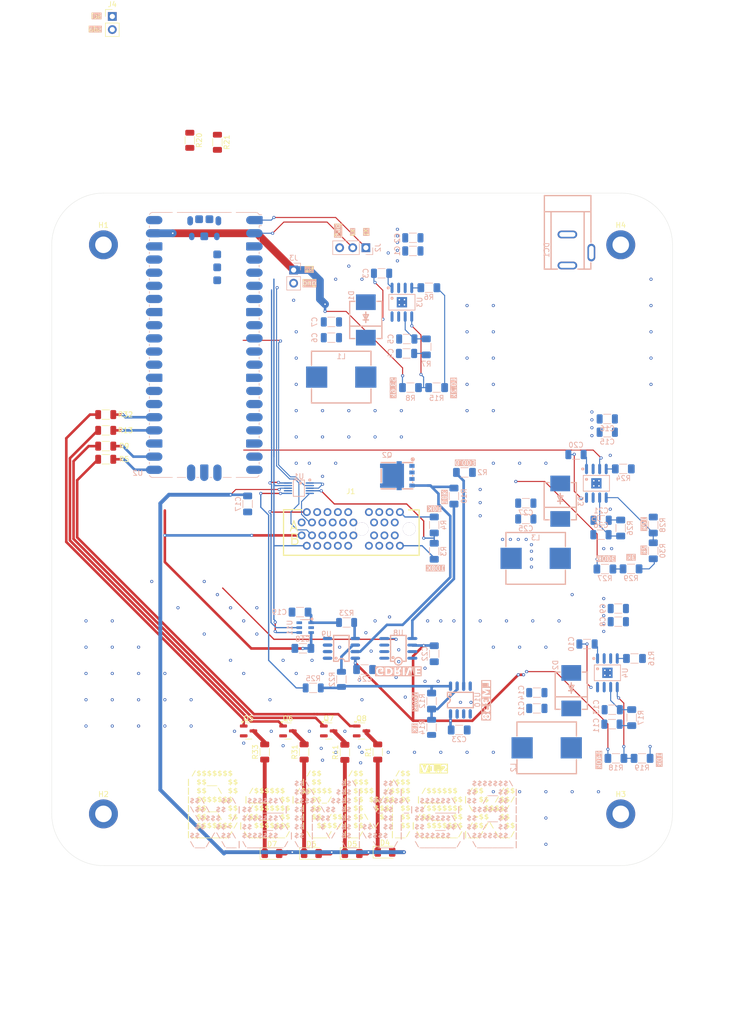
<source format=kicad_pcb>
(kicad_pcb (version 20241229) (generator "pcbnew") (generator_version "9.0")
  (layers (0 "F.Cu" signal) (2 "B.Cu" signal) (13 "F.Paste" user) (15 "B.Paste" user) (5 "F.SilkS" user "F.Silkscreen") (7 "B.SilkS" user "B.Silkscreen") (1 "F.Mask" user) (3 "B.Mask" user) (25 "Edge.Cuts" user))
  (net 0 "")
  (net 1 "+24V")
  (net 2 "GND")
  (net 3 "Net-(U3-BOOT)")
  (net 4 "Net-(D1-K)")
  (net 5 "Net-(C4-Pad1)")
  (net 6 "Net-(U3-COMP)")
  (net 7 "+5V")
  (net 8 "Net-(U4-BOOT)")
  (net 9 "Net-(D2-K)")
  (net 10 "Net-(C11-Pad1)")
  (net 11 "+12V")
  (net 12 "Net-(U4-COMP)")
  (net 13 "+3V3")
  (net 14 "/SCL")
  (net 15 "/BatteryCC/B-")
  (net 18 "/SDA")
  (net 20 "/BatteryCC/Battery/EEPROM_WC")
  (net 21 "/BatteryCC/TMP")
  (net 24 "/DischargeLV")
  (net 25 "/En3v")
  (net 26 "/BatteryCC/Charge")
  (net 27 "Net-(U3-RT{slash}CLK)")
  (net 28 "Net-(U4-RT{slash}CLK)")
  (net 29 "Net-(U1-AIN0)")
  (net 31 "/BatteryCC/RSns Charge")
  (net 40 "Net-(D4-K)")
  (net 42 "/SDA0")
  (net 47 "Net-(U9B--)")
  (net 48 "/SCL0")
  (net 50 "Net-(D5-K)")
  (net 51 "Net-(D6-K)")
  (net 52 "Net-(D7-K)")
  (net 58 "Net-(U8-OUTB)")
  (net 60 "Net-(U11-VOUT)")
  (net 63 "Net-(U10A--)")
  (net 67 "/BatteryCC/ChargeLV")
  (net 68 "/Power Delivery/FB5")
  (net 69 "/Power Delivery/FB12")
  (net 74 "Net-(U10A-+)")
  (net 75 "Net-(U9B-+)")
  (net 76 "/BatteryCC/ALERT{slash}RDY")
  (net 77 "Net-(R12-Pad1)")
  (net 78 "+48V")
  (net 79 "Net-(D3-K)")
  (net 80 "Net-(U5-BOOT)")
  (net 81 "Net-(C21-Pad1)")
  (net 82 "Net-(U5-COMP)")
  (net 83 "Net-(U5-RT{slash}CLK)")
  (net 84 "Net-(R27-Pad2)")
  (net 85 "/Power Delivery/FB24")
  (net 86 "Net-(R29-Pad2)")
  (net 87 "/Power Delivery/EN_BAT_V")
  (net 88 "Net-(J2-Pin_2)")
  (net 89 "Net-(J2-Pin_1)")
  (net 90 "Net-(Q5-G)")
  (net 91 "Net-(Q5-D)")
  (net 92 "Net-(Q6-D)")
  (net 93 "Net-(Q6-G)")
  (net 94 "Net-(Q7-G)")
  (net 95 "Net-(Q7-D)")
  (net 96 "Net-(Q8-G)")
  (net 97 "Net-(Q8-D)")
  (net 98 "Net-(U2-GP16)")
  (net 99 "Net-(U2-GP17)")
  (net 100 "Net-(U2-GP19)")
  (net 101 "Net-(U2-GP18)")
  (footprint "MountingHole:MountingHole_3.2mm_M3_DIN965_Pad_TopBottom" (layer "F.Cu") (at 75 35)
    (property "Reference" "H1")
    (property "Value" "MountingHole_Pad")
  )
  (footprint "Package_TO_SOT_SMD:SOT-23" (layer "F.Cu") (at 118.5395 128.966)
    (property "Reference" "Q7")
    (property "Value" "NMOS")
  )
  (footprint "COMPONENTS:CONN-TH_36P-P1.00-V_3183-XXXXXPXT" (layer "F.Cu") (at 122.812 89.916)
    (property "Reference" "J1")
    (property "Value" "Bus_PCI_Express_x1")
  )
  (footprint "Package_TO_SOT_SMD:SOT-23" (layer "F.Cu") (at 110.6655 128.966)
    (property "Reference" "Q6")
    (property "Value" "NMOS")
  )
  (footprint "Connector_PinHeader_2.54mm:PinHeader_1x02_P2.54mm_Vertical" (layer "F.Cu") (at 76.708 -9.144)
    (property "Reference" "J4")
    (property "Value" "Conn_01x02_Pin")
  )
  (footprint "Resistor_SMD:R_1206_3216Metric" (layer "F.Cu") (at 91.694 14.7935 -90)
    (property "Reference" "R20")
    (property "Value" "1k")
  )
  (footprint "LED_SMD:LED_1206_3216Metric" (layer "F.Cu") (at 115.192 152.654)
    (property "Reference" "D6")
    (property "Value" "LED")
  )
  (footprint "Package_TO_SOT_SMD:SOT-23" (layer "F.Cu") (at 124.8895 128.966)
    (property "Reference" "Q8")
    (property "Value" "NMOS")
  )
  (footprint "MountingHole:MountingHole_3.2mm_M3_DIN965_Pad_TopBottom" (layer "F.Cu") (at 75 145)
    (property "Reference" "H2")
    (property "Value" "MountingHole_Pad")
  )
  (footprint "Resistor_SMD:R_1206_3216Metric" (layer "F.Cu") (at 128.016 133.0345 90)
    (property "Reference" "R1")
    (property "Value" "1k")
  )
  (footprint "LED_SMD:LED_1206_3216Metric" (layer "F.Cu") (at 123.066 152.654)
    (property "Reference" "D5")
    (property "Value" "LED")
  )
  (footprint "Resistor_SMD:R_1206_3216Metric" (layer "F.Cu") (at 113.792 133.0345 90)
    (property "Reference" "R31")
    (property "Value" "1k")
  )
  (footprint "Resistor_SMD:R_1206_3216Metric" (layer "F.Cu") (at 75.438 73.914 180)
    (property "Reference" "R9")
    (property "Value" "1k")
  )
  (footprint "Resistor_SMD:R_1206_3216Metric" (layer "F.Cu") (at 75.438 70.866 180)
    (property "Reference" "R13")
    (property "Value" "1k")
  )
  (footprint "Resistor_SMD:R_1206_3216Metric" (layer "F.Cu") (at 106.172 133.0345 90)
    (property "Reference" "R33")
    (property "Value" "1k")
  )
  (footprint "MountingHole:MountingHole_3.2mm_M3_DIN965_Pad_TopBottom" (layer "F.Cu") (at 175 35)
    (property "Reference" "H4")
    (property "Value" "MountingHole_Pad")
  )
  (footprint "Resistor_SMD:R_1206_3216Metric" (layer "F.Cu") (at 75.438 76.454 180)
    (property "Reference" "R5")
    (property "Value" "1k")
  )
  (footprint "Package_TO_SOT_SMD:SOT-23" (layer "F.Cu") (at 103.0455 128.966)
    (property "Reference" "Q5")
    (property "Value" "NMOS")
  )
  (footprint "Resistor_SMD:R_1206_3216Metric" (layer "F.Cu") (at 97.028 15.1785 -90)
    (property "Reference" "R21")
    (property "Value" "1k")
  )
  (footprint "Resistor_SMD:R_1206_3216Metric" (layer "F.Cu") (at 121.666 133.096 90)
    (property "Reference" "R11")
    (property "Value" "1k")
  )
  (footprint "Resistor_SMD:R_1206_3216Metric" (layer "F.Cu") (at 75.438 67.818 180)
    (property "Reference" "R32")
    (property "Value" "1k")
  )
  (footprint "LED_SMD:LED_1206_3216Metric" (layer "F.Cu") (at 107.572 152.654)
    (property "Reference" "D7")
    (property "Value" "LED")
  )
  (footprint "MountingHole:MountingHole_3.2mm_M3_DIN965_Pad_TopBottom" (layer "F.Cu") (at 175 145)
    (property "Reference" "H3")
    (property "Value" "MountingHole_Pad")
  )
  (footprint "LED_SMD:LED_1206_3216Metric" (layer "F.Cu") (at 129.416 152.4)
    (property "Reference" "D4")
    (property "Value" "LED")
  )
  (footprint "COMPONENTS:SOIC-8_L5.0-W4.0-P1.27-LS6.0-BL" (layer "B.Cu") (at 132 113 90)
    (property "Reference" "U8")
    (property "Value" "UCC27324DR")
  )
  (footprint "Resistor_SMD:R_1206_3216Metric_Pad1.30x1.75mm_HandSolder" (layer "B.Cu") (at 176.9892 97.6388)
    (property "Reference" "R29")
    (property "Value" "3k")
  )
  (footprint "Resistor_SMD:R_1206_3216Metric_Pad1.30x1.75mm_HandSolder" (layer "B.Cu") (at 181.2798 89.166 90)
    (property "Reference" "R28")
    (property "Value" "10k")
  )
  (footprint "Resistor_SMD:R_1206_3216Metric_Pad1.30x1.75mm_HandSolder" (layer "B.Cu") (at 174.0662 134.2624)
    (property "Reference" "R18")
    (property "Value" "140k")
  )
  (footprint "Capacitor_SMD:C_1206_3216Metric" (layer "B.Cu") (at 133.6376 53.2036 180)
    (property "Reference" "C5")
    (property "Value" "39p")
  )
  (footprint "COMPONENTS:SOT-23-6_L2.9-W1.6-P0.95-LS2.8-BL" (layer "B.Cu") (at 114 109 -90)
    (property "Reference" "U11")
    (property "Value" "MCP4725A0T-E/CH")
  )
  (footprint "Capacitor_SMD:C_1206_3216Metric" (layer "B.Cu") (at 174.5252 105.3064)
    (property "Reference" "C9")
    (property "Value" "2.2u")
  )
  (footprint "COMPONENTS:DC-IN-TH_DC-005-20A" (layer "B.Cu") (at 167 36 -90)
    (property "Reference" "DC1")
    (property "Value" "DC-005-20A_C136744")
  )
  (footprint "Resistor_SMD:R_1206_3216Metric" (layer "B.Cu") (at 115.544 120.65 180)
    (property "Reference" "R25")
    (property "Value" "1k")
  )
  (footprint "Capacitor_SMD:C_1206_3216Metric" (layer "B.Cu") (at 156.6438 84.9388)
    (property "Reference" "C27")
    (property "Value" "47u")
  )
  (footprint "Capacitor_SMD:C_1206_3216Metric" (layer "B.Cu") (at 168.4782 112.1644 180)
    (property "Reference" "C10")
    (property "Value" "0.1u")
  )
  (footprint "COMPONENTS:SMC_L7.1-W6.2-LS8.1-RD" (layer "B.Cu") (at 163.2986 84.5588 90)
    (property "Reference" "D3")
    (property "Value" "B560C-13-F")
  )
  (footprint "Connector_PinHeader_2.54mm:PinHeader_1x03_P2.54mm_Vertical" (layer "B.Cu") (at 125.73 35.56 90)
    (property "Reference" "J2")
    (property "Value" "Conn_01x03_Pin")
  )
  (footprint "Resistor_SMD:R_1206_3216Metric_Pad1.30x1.75mm_HandSolder" (layer "B.Cu") (at 171.9346 97.6642)
    (property "Reference" "R27")
    (property "Value" "300K")
  )
  (footprint "COMPONENTS:IND-SMD_L11.5-W10.0_FXL1040" (layer "B.Cu") (at 160.6802 132.2304 180)
    (property "Reference" "L2")
    (property "Value" "FXL1040-8R2-M")
  )
  (footprint "Capacitor_SMD:C_1206_3216Metric" (layer "B.Cu") (at 134.8096 36.1856)
    (property "Reference" "C1")
    (property "Value" "2.2u")
  )
  (footprint "Resistor_SMD:R_1206_3216Metric" (layer "B.Cu") (at 122 108 180)
    (property "Reference" "R23")
    (property "Value" "1k")
  )
  (footprint "Capacitor_SMD:C_1206_3216Metric" (layer "B.Cu") (at 133.5886 55.9976 180)
    (property "Reference" "C4")
    (property "Value" "6800p")
  )
  (footprint "Resistor_SMD:R_1206_3216Metric_Pad1.30x1.75mm_HandSolder" (layer "B.Cu") (at 179.1202 134.2624)
    (property "Reference" "R19")
    (property "Value" "10k")
  )
  (footprint "Resistor_SMD:R_1206_3216Metric_Pad1.30x1.75mm_HandSolder" (layer "B.Cu") (at 175.4906 78.3094)
    (property "Reference" "R24")
    (property "Value" "162k")
  )
  (footprint "Resistor_SMD:R_1206_3216Metric_Pad1.30x1.75mm_HandSolder" (layer "B.Cu") (at 143.764 128.778)
    (property "Reference" "C23")
    (property "Value" "100n")
  )
  (footprint "Resistor_SMD:R_1206_3216Metric_Pad1.30x1.75mm_HandSolder" (layer "B.Cu") (at 142.748 83.566 90)
    (property "Reference" "R10")
    (property "Value" "10k")
  )
  (footprint "Capacitor_SMD:C_1206_3216Metric" (layer "B.Cu") (at 172.39 71.2228)
    (property "Reference" "C15")
    (property "Value" "2.2u")
  )
  (footprint "Capacitor_SMD:C_1206_3216Metric" (layer "B.Cu") (at 171.1726 91.0348 180)
    (property "Reference" "C26")
    (property "Value" "39p")
  )
  (footprint "COMPONENTS:DFN-5_L4.9-W5.9-P1.27-LS6.2-BL" (layer "B.Cu") (at 132.826 79.633 -90)
    (property "Reference" "Q2")
    (property "Value" "TPHR8504PL,LQ(M1W")
  )
  (footprint "Capacitor_SMD:C_1206_3216Metric" (layer "B.Cu") (at 156.6438 87.9868)
    (property "Reference" "C25")
    (property "Value" "47u")
  )
  (footprint "Capacitor_SMD:C_1206_3216Metric" (layer "B.Cu") (at 119.0616 49.9016)
    (property "Reference" "C7")
    (property "Value" "47u")
  )
  (footprint "Capacitor_SMD:C_1206_3216Metric" (layer "B.Cu") (at 158.7772 124.6104)
    (property "Reference" "C12")
    (property "Value" "47u")
  )
  (footprint "Resistor_SMD:R_1206_3216Metric_Pad1.30x1.75mm_HandSolder" (layer "B.Cu") (at 113.55 113 180)
    (property "Reference" "C18")
    (property "Value" "100n")
  )
  (footprint "Resistor_SMD:R_1206_3216Metric_Pad1.30x1.75mm_HandSolder" (layer "B.Cu") (at 181.2798 94.1444 90)
    (property "Reference" "R30")
    (property "Value" "2k")
  )
  (footprint "Resistor_SMD:R_1206_3216Metric" (layer "B.Cu") (at 121 119 -90)
    (property "Reference" "R22")
    (property "Value" "1k")
  )
  (footprint "Capacitor_SMD:C_1206_3216Metric" (layer "B.Cu") (at 166.3466 75.5408 180)
    (property "Reference" "C20")
    (property "Value" "0.1u")
  )
  (footprint "COMPONENTS:SOP-8_L4.9-W3.9-P1.27-LS6.0-BL" (layer "B.Cu") (at 121 113 90)
    (property "Reference" "U9")
    (property "Value" "LM393")
  )
  (footprint "Resistor_SMD:R_1206_3216Metric_Pad1.30x1.75mm_HandSolder" (layer "B.Cu") (at 144.78 78.994)
    (property "Reference" "R2")
    (property "Value" "0.003")
  )
  (footprint "COMPONENTS:SMC_L7.1-W6.2-LS8.1-RD" (layer "B.Cu") (at 165.4302 121.1824 90)
    (property "Reference" "D2")
    (property "Value" "B560C-13-F")
  )
  (footprint "Capacitor_SMD:C_1206_3216Metric" (layer "B.Cu") (at 173.3532 124.8644 180)
    (property "Reference" "C13")
    (property "Value" "39p")
  )
  (footprint "Resistor_SMD:R_1206_3216Metric_Pad1.30x1.75mm_HandSolder" (layer "B.Cu") (at 138.938 89.154 90)
    (property "Reference" "R4")
    (property "Value" "10k")
  )
  (footprint "COMPONENTS:SOIC-8_L5.0-W4.0-P1.27-LS6.0-BL-EP2.0" (layer "B.Cu") (at 132.6946 46.0996)
    (property "Reference" "U3")
    (property "Value" "TPS54360BDDAR")
  )
  (footprint "Resistor_SMD:R_1206_3216Metric_Pad1.30x1.75mm_HandSolder" (layer "B.Cu") (at 138.43 123.19 -90)
    (property "Reference" "R12")
    (property "Value" "100k")
  )
  (footprint "Resistor_SMD:R_1206_3216Metric_Pad1.30x1.75mm_HandSolder" (layer "B.Cu") (at 139.4046 62.6016)
    (property "Reference" "R15")
    (property "Value" "10.2k")
  )
  (footprint "Resistor_SMD:R_1206_3216Metric_Pad1.30x1.75mm_HandSolder" (layer "B.Cu") (at 137.9066 43.2976)
    (property "Reference" "R6")
    (property "Value" "162k")
  )
  (footprint "Resistor_SMD:R_1206_3216Metric_Pad1.30x1.75mm_HandSolder" (layer "B.Cu") (at 174.9826 89.7394 90)
    (property "Reference" "R26")
    (property "Value" "13k")
  )
  (footprint "Capacitor_SMD:C_1206_3216Metric" (layer "B.Cu") (at 171.1998 88.2408 180)
    (property "Reference" "C21")
    (property "Value" "6800p")
  )
  (footprint "Resistor_SMD:R_1206_3216Metric_Pad1.30x1.75mm_HandSolder" (layer "B.Cu") (at 138.938 114.046 -90)
    (property "Reference" "C22")
    (property "Value" "100n")
  )
  (footprint "Resistor_SMD:R_1206_3216Metric_Pad1.30x1.75mm_HandSolder" (layer "B.Cu") (at 138.938 94.234 90)
    (property "Reference" "R3")
    (property "Value" "100k")
  )
  (footprint "COMPONENTS:SOIC-8_L5.0-W4.0-P1.27-LS6.0-BL-EP2.0" (layer "B.Cu") (at 170.2866 81.1008)
    (property "Reference" "U5")
    (property "Value" "TPS54360BDDAR")
  )
  (footprint "Resistor_SMD:R_1206_3216Metric_Pad1.30x1.75mm_HandSolder" (layer "B.Cu") (at 134.3506 62.6016)
    (property "Reference" "R8")
    (property "Value" "53.6k")
  )
  (footprint "Module:RaspberryPi_Pico_SMD" (layer "B.Cu") (at 94.488 54.356 180)
    (property "Reference" "U2")
    (property "Value" "PICO")
  )
  (footprint "COMPONENTS:SOP-8_L4.9-W3.9-P1.27-LS6.0-BL" (layer "B.Cu") (at 144 123)
    (property "Reference" "U10")
    (property "Value" "LM358")
  )
  (footprint "Resistor_SMD:R_1206_3216Metric_Pad1.30x1.75mm_HandSolder" (layer "B.Cu") (at 137.3986 54.7276 -90)
    (property "Reference" "R7")
    (property "Value" "13k")
  )
  (footprint "COMPONENTS:IND-SMD_L11.5-W10.0_FXL1040" (layer "B.Cu") (at 158.5488 95.6068 180)
    (property "Reference" "L3")
    (property "Value" "FXL1040-8R2-M")
  )
  (footprint "COMPONENTS:IND-SMD_L11.5-W10.0_FXL1040" (layer "B.Cu") (at 120.9646 60.5696 180)
    (property "Reference" "L1")
    (property "Value" "FXL1040-8R2-M")
  )
  (footprint "Capacitor_SMD:C_1206_3216Metric" (layer "B.Cu") (at 173.3042 127.6584 180)
    (property "Reference" "C11")
    (property "Value" "6800p")
  )
  (footprint "Capacitor_SMD:C_1206_3216Metric" (layer "B.Cu") (at 128.7626 40.5036 180)
    (property "Reference" "C3")
    (property "Value" "0.1u")
  )
  (footprint "Capacitor_SMD:C_1206_3216Metric" (layer "B.Cu") (at 119.0616 52.9496)
    (property "Reference" "C6")
    (property "Value" "47u")
  )
  (footprint "Capacitor_SMD:C_1206_3216Metric" (layer "B.Cu") (at 172.3918 68.6574)
    (property "Reference" "C16")
    (property "Value" "2.2u")
  )
  (footprint "Resistor_SMD:R_1206_3216Metric_Pad1.30x1.75mm_HandSolder" (layer "B.Cu") (at 102.87 85.09 -90)
    (property "Reference" "C17")
    (property "Value" "100n")
  )
  (footprint "Resistor_SMD:R_1206_3216Metric_Pad1.30x1.75mm_HandSolder" (layer "B.Cu") (at 177.1142 126.3884 -90)
    (property "Reference" "R17")
    (property "Value" "13k")
  )
  (footprint "COMPONENTS:MSOP-10_L3.0-W3.0-P0.50-LS5.0-BL" (layer "B.Cu") (at 112.776 82.042 -90)
    (property "Reference" "U1")
    (property "Value" "ADS1115IDGSR")
  )
  (footprint "Resistor_SMD:R_1206_3216Metric_Pad1.30x1.75mm_HandSolder" (layer "B.Cu") (at 177.6482 114.9584)
    (property "Reference" "R16")
    (property "Value" "162k")
  )
  (footprint "Capacitor_SMD:C_1206_3216Metric" (layer "B.Cu") (at 174.5252 107.8464)
    (property "Reference" "C8")
    (property "Value" "2.2u")
  )
  (footprint "Resistor_SMD:R_1206_3216Metric_Pad1.30x1.75mm_HandSolder" (layer "B.Cu") (at 125.476 117.094)
    (property "Reference" "C24")
    (property "Value" "100n")
  )
  (footprint "Capacitor_SMD:C_1206_3216Metric" (layer "B.Cu") (at 134.8096 33.6456)
    (property "Reference" "C2")
    (property "Value" "2.2u")
  )
  (footprint "COMPONENTS:SMC_L7.1-W6.2-LS8.1-RD" (layer "B.Cu") (at 125.7146 49.5216 90)
    (property "Reference" "D1")
    (property "Value" "B560C-13-F")
  )
  (footprint "Capacitor_SMD:C_1206_3216Metric" (layer "B.Cu") (at 158.7772 121.5624)
    (property "Reference" "C14")
    (property "Value" "47u")
  )
  (footprint "Resistor_SMD:R_1206_3216Metric" (layer "B.Cu") (at 138.43 128.27 -90)
    (property "Reference" "R14")
    (property "Value" "1k")
  )
  (footprint "Connector_PinHeader_2.54mm:PinHeader_1x02_P2.54mm_Vertical" (layer "B.Cu") (at 111.76 39.878 180)
    (property "Reference" "J3")
    (property "Value" "Conn_01x02_Pin")
  )
  (footprint "COMPONENTS:SOIC-8_L5.0-W4.0-P1.27-LS6.0-BL-EP2.0" (layer "B.Cu") (at 172.4202 117.7284)
    (property "Reference" "U4")
    (property "Value" "TPS54360BDDAR")
  )
  (footprint "Resistor_SMD:R_1206_3216Metric_Pad1.30x1.75mm_HandSolder" (layer "B.Cu") (at 113 106)
    (property "Reference" "C19")
    (property "Value" "100n")
  )
  (gr_line (start 185 145) (end 185 35) (stroke (width 0.05)) (layer "Edge.Cuts"))
  (gr_arc (start 75 155) (mid 67.928932 152.071068) (end 65 145) (stroke (width 0.05)) (layer "Edge.Cuts"))
  (gr_line (start 65 145) (end 65 35) (stroke (width 0.05)) (layer "Edge.Cuts"))
  (gr_arc (start 65 35) (mid 67.928932 27.928932) (end 75 25) (stroke (width 0.05)) (layer "Edge.Cuts"))
  (gr_arc (start 185 145) (mid 182.071068 152.071068) (end 175 155) (stroke (width 0.05)) (layer "Edge.Cuts"))
  (gr_line (start 75 155) (end 175 155) (stroke (width 0.05)) (layer "Edge.Cuts"))
  (gr_arc (start 175 25) (mid 182.071068 27.928932) (end 185 35) (stroke (width 0.05)) (layer "Edge.Cuts"))
  (gr_line (start 175 25) (end 75 25) (stroke (width 0.05)) (layer "Edge.Cuts"))
  (gr_text "5v" (at 114.808 39.624 180) (layer "F.SilkS" knockout) (effects (font (size 1 1) (thickness 0.1))))
  (gr_text "sda" (at 73.406 -6.599 0) (layer "F.SilkS" knockout) (effects (font (size 1 1) (thickness 0.1))))
  (gr_text "scl" (at 73.66 -9.139 0) (layer "F.SilkS" knockout) (effects (font (size 1 1) (thickness 0.1))))
  (gr_text "gnd" (at 114.808 42.418 180) (layer "F.SilkS" knockout) (effects (font (size 1 1) (thickness 0.1))))
  (gr_text "gnd" (at 120.396 32.258 -90) (layer "F.SilkS" knockout) (effects (font (size 1 1) (thickness 0.1))))
  (gr_text "\n /$$$$$$$              /$$     /$$      /$$                    \n| $$__  $$            | $$    | $$$    /$$$                    \n| $$  \\ $$  /$$$$$$  /$$$$$$  | $$$$  /$$$$  /$$$$$$  /$$   /$$\n| $$$$$$$  |____  $$|_  $$_/  | $$ $$/$$ $$ |____  $$|  $$ /$$/\n| $$__  $$  /$$$$$$$  | $$    | $$  $$$| $$  /$$$$$$$ \\  $$$$/ \n| $$  \\ $$ /$$__  $$  | $$ /$$| $$\\  $ | $$ /$$__  $$  >$$  $$ \n| $$$$$$$/|  $$$$$$$  |  $$$$/| $$ \\/  | $$|  $$$$$$$ /$$/\\  $$\n|_______/  \\_______/   \\___/  |__/     |__/ \\_______/|__/  \\__/\n" (at 90.932 142.24 0) (layer "F.SilkS") (effects (font (size 1 1.2) (thickness 0.2) (bold yes)) (justify left)))
  (gr_text "rx" (at 123.19 32.512 -90) (layer "F.SilkS" knockout) (effects (font (size 1 1) (thickness 0.1))))
  (gr_text "V1.2" (at 138.938 136.398 0) (layer "F.SilkS" knockout) (effects (font (size 1.5 1.5) (thickness 0.3) (bold yes))))
  (gr_text "tx" (at 125.73 32.512 -90) (layer "F.SilkS" knockout) (effects (font (size 1 1) (thickness 0.1))))
  (gr_text "gnd" (at 120.396 32.258 270) (layer "B.SilkS" knockout) (effects (font (size 1 1) (thickness 0.1)) (justify mirror)))
  (gr_text "100K" (at 139.2428 97.5868 0) (layer "B.SilkS" knockout) (effects (font (size 1 1) (thickness 0.125)) (justify mirror)))
  (gr_text "\n /$$$$$$$              /$$     /$$      /$$                    \n| $$__  $$            | $$    | $$$    /$$$                    \n| $$  \\ $$  /$$$$$$  /$$$$$$  | $$$$  /$$$$  /$$$$$$  /$$   /$$\n| $$$$$$$  |____  $$|_  $$_/  | $$ $$/$$ $$ |____  $$|  $$ /$$/\n| $$__  $$  /$$$$$$$  | $$    | $$  $$$| $$  /$$$$$$$ \\  $$$$/ \n| $$  \\ $$ /$$__  $$  | $$ /$$| $$\\  $ | $$ /$$__  $$  >$$  $$ \n| $$$$$$$/|  $$$$$$$  |  $$$$/| $$ \\/  | $$|  $$$$$$$ /$$/\\  $$\n|_______/  \\_______/   \\___/  |__/     |__/ \\_______/|__/  \\__/\n" (at 155.2956 144.1704 0) (layer "B.SilkS") (effects (font (size 1 1.2) (thickness 0.2) (bold yes)) (justify left mirror)))
  (gr_text "sda" (at 73.406 -6.599 0) (layer "B.SilkS" knockout) (effects (font (size 1 1) (thickness 0.1)) (justify mirror)))
  (gr_text "300K" (at 172.212 95.758 0) (layer "B.SilkS" knockout) (effects (font (size 1 1) (thickness 0.1)) (justify mirror)))
  (gr_text "scl" (at 73.66 -9.139 0) (layer "B.SilkS" knockout) (effects (font (size 1 1) (thickness 0.1)) (justify mirror)))
  (gr_text "2k\n" (at 179.578 93.98 90) (layer "B.SilkS" knockout) (effects (font (size 1 1) (thickness 0.1)) (justify mirror)))
  (gr_text "0.003" (at 144.9578 77.0382 180) (layer "B.SilkS" knockout) (effects (font (size 1 1) (thickness 0.125)) (justify mirror)))
  (gr_text "5v" (at 114.808 39.878 0) (layer "B.SilkS" knockout) (effects (font (size 1 1) (thickness 0.1)) (justify mirror)))
  (gr_text "10K" (at 139.0142 86.106 0) (layer "B.SilkS" knockout) (effects (font (size 1 1) (thickness 0.125)) (justify mirror)))
  (gr_text "GDRIVE" (at 132.0292 117.2972 180) (layer "B.SilkS" knockout) (effects (font (size 1.5 1.5) (thickness 0.3) (bold yes)) (justify mirror)))
  (gr_text "10k" (at 182.54445 134.5014 90) (layer "B.SilkS" knockout) (effects (font (size 1 1) (thickness 0.1)) (justify mirror)))
  (gr_text "10K" (at 140.8176 83.82 270) (layer "B.SilkS" knockout) (effects (font (size 1 1) (thickness 0.125)) (justify mirror)))
  (gr_text "53.6k" (at 131.1076 62.5866 90) (layer "B.SilkS" knockout) (effects (font (size 1 1) (thickness 0.1)) (justify mirror)))
  (gr_text "LM358" (at 149.1234 123.0122 90) (layer "B.SilkS" knockout) (effects (font (size 1.5 1.5) (thickness 0.3) (bold yes)) (justify mirror)))
  (gr_text "3k" (at 177.038 95.504 0) (layer "B.SilkS" knockout) (effects (font (size 1 1) (thickness 0.1)) (justify mirror)))
  (gr_text "10.2k" (at 142.7916 62.5866 90) (layer "B.SilkS" knockout) (effects (font (size 1 1) (thickness 0.1)) (justify mirror)))
  (gr_text "tx" (at 125.73 32.512 270) (layer "B.SilkS" knockout) (effects (font (size 1 1) (thickness 0.1)) (justify mirror)))
  (gr_text "rx" (at 123.19 32.512 270) (layer "B.SilkS" knockout) (effects (font (size 1 1) (thickness 0.1)) (justify mirror)))
  (gr_text "1K" (at 135.2804 128.3716 90) (layer "B.SilkS" knockout) (effects (font (size 1 1) (thickness 0.125)) (justify mirror)))
  (gr_text "140k" (at 170.86045 134.5014 90) (layer "B.SilkS" knockout) (effects (font (size 1 1) (thickness 0.1)) (justify mirror)))
  (gr_text "10k" (at 179.578 88.9 90) (layer "B.SilkS" knockout) (effects (font (size 1 1) (thickness 0.1)) (justify mirror)))
  (gr_text "100K" (at 135.3312 123.2662 90) (layer "B.SilkS" knockout) (effects (font (size 1 1) (thickness 0.125)) (justify mirror)))
  (gr_text "gnd" (at 114.808 42.418 0) (layer "B.SilkS" knockout) (effects (font (size 1 1) (thickness 0.1)) (justify mirror)))
  (segment (start 170.434 90.88) (end 170.434 95.758) (width 0.2) (layer "F.Cu") (net 1))
  (segment (start 154.712 80.746) (end 160.3 80.746) (width 0.2) (layer "F.Cu") (net 1))
  (segment (start 160.3 80.746) (end 170.434 90.88) (width 0.2) (layer "F.Cu") (net 1))
  (via (at 157.734 95.758) (size 0.6) (drill 0.3) (layers "F.Cu" "B.Cu") (net 1))
  (via (at 154.712 80.746) (size 0.6) (drill 0.3) (layers "F.Cu" "B.Cu") (net 1))
  (via (at 153.67 91.948) (size 0.6) (drill 0.3) (layers "F.Cu" "B.Cu") (net 1))
  (via (at 157.734 94.234) (size 0.6) (drill 0.3) (layers "F.Cu" "B.Cu") (net 1))
  (via (at 157.734 97.282) (size 0.6) (drill 0.3) (layers "F.Cu" "B.Cu") (net 1))
  (via (at 170.434 95.758) (size 0.6) (drill 0.3) (layers "F.Cu" "B.Cu") (net 1))
  (via (at 156.718 91.948) (size 0.6) (drill 0.3) (layers "F.Cu" "B.Cu") (net 1))
  (via (at 157.734 92.964) (size 0.6) (drill 0.3) (layers "F.Cu" "B.Cu") (net 1))
  (via (at 152.146 91.948) (size 0.6) (drill 0.3) (layers "F.Cu" "B.Cu") (net 1))
  (via (at 155.194 91.948) (size 0.6) (drill 0.3) (layers "F.Cu" "B.Cu") (net 1))
  (segment (start 136.6 93.166) (end 132.35 93.166) (width 0.25) (layer "B.Cu") (net 1))
  (segment (start 138.938 95.504) (end 136.6 93.166) (width 0.25) (layer "B.Cu") (net 1))
  (segment (start 170.434 97.508) (end 170.434 95.758) (width 0.2) (layer "B.Cu") (net 1))
  (segment (start 138.938 95.784) (end 138.938 95.504) (width 0.25) (layer "B.Cu") (net 1))
  (via (at 117.348 81.28) (size 0.6) (drill 0.3) (layers "F.Cu" "B.Cu") (net 2))
  (via (at 144.018 123.444) (size 0.6) (drill 0.3) (layers "F.Cu" "B.Cu") (net 2))
  (via (at 117.094 132.334) (size 0.6) (drill 0.3) (layers "F.Cu" "B.Cu") (net 2))
  (via (at 145.288 51.816) (size 0.6) (drill 0.3) (layers "F.Cu" "B.Cu") (net 2))
  (via (at 112.268 56.896) (size 0.6) (drill 0.3) (layers "F.Cu" "B.Cu") (net 2))
  (via (at 119.888 41.656) (size 0.6) (drill 0.3) (layers "F.Cu" "B.Cu") (net 2))
  (via (at 135.128 133.096) (size 0.6) (drill 0.3) (layers "F.Cu" "B.Cu") (net 2))
  (via (at 180.6702 131.9784) (size 0.6) (drill 0.3) (layers "F.Cu" "B.Cu") (net 2))
  (via (at 94.488 110.236) (size 0.6) (drill 0.3) (layers "F.Cu" "B.Cu") (net 2))
  (via (at 155.448 77.216) (size 0.6) (drill 0.3) (layers "F.Cu" "B.Cu") (net 2))
  (via (at 147.828 82.296) (size 0.6) (drill 0.3) (layers "F.Cu" "B.Cu") (net 2))
  (via (at 145.288 133.096) (size 0.6) (drill 0.3) (layers "F.Cu" "B.Cu") (net 2))
  (via (at 91.948 122.936) (size 0.6) (drill 0.3) (layers "F.Cu" "B.Cu") (net 2))
  (via (at 122.428 39.116) (size 0.6) (drill 0.3) (layers "F.Cu" "B.Cu") (net 2))
  (via (at 139.7 119.38) (size 0.6) (drill 0.3) (layers "F.Cu" "B.Cu") (net 2))
  (via (at 76.708 117.856) (size 0.6) (drill 0.3) (layers "F.Cu" "B.Cu") (net 2))
  (via (at 127.508 67.056) (size 0.6) (drill 0.3) (layers "F.Cu" "B.Cu") (net 2))
  (via (at 132.588 72.136) (size 0.6) (drill 0.3) (layers "F.Cu" "B.Cu") (net 2))
  (via (at 150.368 77.216) (size 0.6) (drill 0.3) (layers "F.Cu" "B.Cu") (net 2))
  (via (at 142.748 107.696) (size 0.6) (drill 0.3) (layers "F.Cu" "B.Cu") (net 2))
  (via (at 160.528 150.876) (size 0.6) (drill 0.3) (layers "F.Cu" "B.Cu") (net 2))
  (via (at 132.08 115.57) (size 0.6) (drill 0.3) (layers "F.Cu" "B.Cu") (net 2))
  (via (at 152.908 107.696) (size 0.6) (drill 0.3) (layers "F.Cu" "B.Cu") (net 2))
  (via (at 112.268 61.976) (size 0.6) (drill 0.3) (layers "F.Cu" "B.Cu") (net 2))
  (via (at 125.73 109.982) (size 0.6) (drill 0.3) (layers "F.Cu" "B.Cu") (net 2))
  (via (at 130.048 36.576) (size 0.6) (drill 0.3) (layers "F.Cu" "B.Cu") (net 2))
  (via (at 102.108 107.696) (size 0.6) (drill 0.3) (layers "F.Cu" "B.Cu") (net 2))
  (via (at 104.648 110.236) (size 0.6) (drill 0.3) (layers "F.Cu" "B.Cu") (net 2))
  (via (at 132.08 113.284) (size 0.6) (drill 0.3) (layers "F.Cu" "B.Cu") (net 2))
  (via (at 150.368 133.096) (size 0.6) (drill 0.3) (layers "F.Cu" "B.Cu") (net 2))
  (via (at 76.708 112.776) (size 0.6) (drill 0.3) (layers "F.Cu" "B.Cu") (net 2))
  (via (at 71.628 122.936) (size 0.6) (drill 0.3) (layers "F.Cu" "B.Cu") (net 2))
  (via (at 180.848 46.736) (size 0.6) (drill 0.3) (layers "F.Cu" "B.Cu") (net 2))
  (via (at 71.628 117.856) (size 0.6) (drill 0.3) (layers "F.Cu" "B.Cu") (net 2))
  (via (at 124.968 133.096) (size 0.6) (drill 0.3) (layers "F.Cu" "B.Cu") (net 2))
  (via (at 137.668 107.696) (size 0.6) (drill 0.3) (layers "F.Cu" "B.Cu") (net 2))
  (via (at 124.714 135.128) (size 0.6) (drill 0.3) (layers "F.Cu" "B.Cu") (net 2))
  (via (at 91.948 128.016) (size 0.6) (drill 0.3) (layers "F.Cu" "B.Cu") (net 2))
  (via (at 112.268 72.136) (size 0.6) (drill 0.3) (layers "F.Cu" "B.Cu") (net 2))
  (via (at 114.808 129.032) (size 0.6) (drill 0.3) (layers "F.Cu" "B.Cu") (net 2))
  (via (at 119.888 133.096) (size 0.6) (drill 0.3) (layers "F.Cu" "B.Cu") (net 2))
  (via (at 145.288 56.896) (size 0.6) (drill 0.3) (layers "F.Cu" "B.Cu") (net 2))
  (via (at 99.568 115.316) (size 0.6) (drill 0.3) (layers "F.Cu" "B.Cu") (net 2))
  (via (at 150.368 51.816) (size 0.6) (drill 0.3) (layers "F.Cu" "B.Cu") (net 2))
  (via (at 99.568 105.156) (size 0.6) (drill 0.3) (layers "F.Cu" "B.Cu") (net 2))
  (via (at 180.848 61.976) (size 0.6) (drill 0.3) (layers "F.Cu" "B.Cu") (net 2))
  (via (at 137.16 116.84) (size 0.6) (drill 0.3) (layers "F.Cu" "B.Cu") (net 2))
  (via (at 112.268 51.816) (size 0.6) (drill 0.3) (layers "F.Cu" "B.Cu") (net 2))
  (via (at 102.108 117.856) (size 0.6) (drill 0.3) (layers "F.Cu" "B.Cu") (net 2))
  (via (at 117.348 134.62) (size 0.6) (drill 0.3) (layers "F.Cu" "B.Cu") (net 2))
  (via (at 112.268 117.856) (size 0.6) (drill 0.3) (layers "F.Cu" "B.Cu") (net 2))
  (via (at 117.348 67.056) (size 0.6) (drill 0.3) (layers "F.Cu" "B.Cu") (net 2))
  (via (at 133.35 122.428) (size 0.6) (drill 0.3) (layers "F.Cu" "B.Cu") (net 2))
  (via (at 76.708 128.016) (size 0.6) (drill 0.3) (layers "F.Cu" "B.Cu") (net 2))
  (via (at 122.428 67.056) (size 0.6) (drill 0.3) (layers "F.Cu" "B.Cu") (net 2))
  (via (at 112.268 77.216) (size 0.6) (drill 0.3) (layers "F.Cu" "B.Cu") (net 2))
  (via (at 180.848 41.656) (size 0.6) (drill 0.3) (layers "F.Cu" "B.Cu") (net 2))
  (via (at 127.508 107.696) (size 0.6) (drill 0.3) (layers "F.Cu" "B.Cu") (net 2))
  (via (at 150.368 140.716) (size 0.6) (drill 0.3) (layers "F.Cu" "B.Cu") (net 2))
  (via (at 140.208 107.696) (size 0.6) (drill 0.3) (layers "F.Cu" "B.Cu") (net 2))
  (via (at 107.188 122.936) (size 0.6) (drill 0.3) (layers "F.Cu" "B.Cu") (net 2))
  (via (at 71.628 112.776) (size 0.6) (drill 0.3) (layers "F.Cu" "B.Cu") (net 2))
  (via (at 146.05 123.444) (size 0.6) (drill 0.3) (layers "F.Cu" "B.Cu") (net 2))
  (via (at 94.488 100.076) (size 0.6) (drill 0.3) (layers "F.Cu" "B.Cu") (net 2))
  (via (at 157.988 107.696) (size 0.6) (drill 0.3) (layers "F.Cu" "B.Cu") (net 2))
  (via (at 100.33 129.032) (size 0.6) (drill 0.3) (layers "F.Cu" "B.Cu") (net 2))
  (via (at 147.828 84.836) (size 0.6) (drill 0.3) (layers "F.Cu" "B.Cu") (net 2))
  (via (at 84.328 100.076) (size 0.6) (drill 0.3) (layers "F.Cu" "B.Cu") (net 2))
  (via (at 71.628 107.696) (size 0.6) (drill 0.3) (layers "F.Cu" "B.Cu") (net 2))
  (via (at 109.728 131.826) (size 0.6) (drill 0.3) (layers "F.Cu" "B.Cu") (net 2))
  (via (at 145.288 46.736) (size 0.6) (drill 0.3) (layers "F.Cu" "B.Cu") (net 2))
  (via (at 145.288 61.976) (size 0.6) (drill 0.3) (layers "F.Cu" "B.Cu") (net 2))
  (via (at 81.788 128.016) (size 0.6) (drill 0.3) (layers "F.Cu" "B.Cu") (net 2))
  (via (at 150.368 67.056) (size 0.6) (drill 0.3) (layers "F.Cu" "B.Cu") (net 2))
  (via (at 124.968 41.656) (size 0.6) (drill 0.3) (layers "F.Cu" "B.Cu") (net 2))
  (via (at 114.808 77.216) (size 0.6) (drill 0.3) (layers "F.Cu" "B.Cu") (net 2))
  (via (at 132.588 67.056) (size 0.6) (drill 0.3) (layers "F.Cu" "B.Cu") (net 2))
  (via (at 150.368 56.896) (size 0.6) (drill 0.3) (layers "F.Cu" "B.Cu") (net 2))
  (via (at 130.302 106.934) (size 0.6) (drill 0.3) (layers "F.Cu" "B.Cu") (net 2))
  (via (at 165.608 102.616) (size 0.6) (drill 0.3) (layers "F.Cu" "B.Cu") (net 2))
  (via (at 81.788 122.936) (size 0.6) (drill 0.3) (layers "F.Cu" "B.Cu") (net 2))
  (via (at 120.65 112.776) (size 0.6) (drill 0.3) (layers "F.Cu" "B.Cu") (net 2))
  (via (at 147.828 107.696) (size 0.6) (drill 0.3) (layers "F.Cu" "B.Cu") (net 2))
  (via (at 172.974 86.106) (size 0.6) (drill 0.3) (layers "F.Cu" "B.Cu") (net 2))
  (via (at 107.442 129.032) (size 0.6) (drill 0.3) (layers "F.Cu" "B.Cu") (net 2))
  (via (at 160.528 145.796) (size 0.6) (drill 0.3) (layers "F.Cu" "B.Cu") (net 2))
  (via (at 160.528 140.716) (size 0.6) (drill 0.3) (layers "F.Cu" "B.Cu") (net 2))
  (via (at 131.572 118.618) (size 0.6) (drill 0.3) (layers "F.Cu" "B.Cu") (net 2))
  (via (at 81.788 117.856) (size 0.6) (drill 0.3) (layers "F.Cu" "B.Cu") (net 2))
  (via (at 104.648 105.156) (size 0.6) (drill 0.3) (layers "F.Cu" "B.Cu") (net 2))
  (via (at 145.288 67.056) (size 0.6) (drill 0.3) (layers "F.Cu" "B.Cu") (net 2))
  (via (at 155.448 140.716) (size 0.6) (drill 0.3) (layers "F.Cu" "B.Cu") (net 2))
  (via (at 180.848 51.816) (size 0.6) (drill 0.3) (layers "F.Cu" "B.Cu") (net 2))
  (via (at 155.448 112.776) (size 0.6) (drill 0.3) (layers "F.Cu" "B.Cu") (net 2))
  (via (at 86.868 122.936) (size 0.6) (drill 0.3) (layers "F.Cu" "B.Cu") (net 2))
  (via (at 124.968 122.936) (size 0.6) (drill 0.3) (layers "F.Cu" "B.Cu") (net 2))
  (via (at 122.428 72.136) (size 0.6) (drill 0.3) (layers "F.Cu" "B.Cu") (net 2))
  (via (at 86.868 117.856) (size 0.6) (drill 0.3) (layers "F.Cu" "B.Cu") (net 2))
  (via (at 180.848 56.896) (size 0.6) (drill 0.3) (layers "F.Cu" "B.Cu") (net 2))
  (via (at 165.608 140.716) (size 0.6) (drill 0.3) (layers "F.Cu" "B.Cu") (net 2))
  (via (at 81.788 112.776) (size 0.6) (drill 0.3) (layers "F.Cu" "B.Cu") (net 2))
  (via (at 117.348 117.856) (size 0.6) (drill 0.3) (layers "F.Cu" "B.Cu") (net 2))
  (via (at 126.746 113.538) (size 0.6) (drill 0.3) (layers "F.Cu" "B.Cu") (net 2))
  (via (at 160.528 112.776) (size 0.6) (drill 0.3) (layers "F.Cu" "B.Cu") (net 2))
  (via (at 124.46 132.08) (size 0.6) (drill 0.3) (layers "F.Cu" "B.Cu") (net 2))
  (via (at 117.348 72.136) (size 0.6) (drill 0.3) (layers "F.Cu" "B.Cu") (net 2))
  (via (at 76.708 122.936) (size 0.6) (drill 0.3) (layers "F.Cu" "B.Cu") (net 2))
  (via (at 137.16 119.38) (size 0.6) (drill 0.3) (layers "F.Cu" "B.Cu") (net 2))
  (via (at 102.108 131.318) (size 0.6) (drill 0.3) (layers "F.Cu" "B.Cu") (net 2))
  (via (at 124.46 119.126) (size 0.6) (drill 0.3) (layers "F.Cu" "B.Cu") (net 2))
  (via (at 150.368 61.976) (size 0.6) (drill 0.3) (layers "F.Cu" "B.Cu") (net 2))
  (via (at 115.316 115.316) (size 0.6) (drill 0.3) (layers "F.Cu" "B.Cu") (net 2))
  (via (at 171.704 93.726) (size 0.6) (drill 0.3) (layers "F.Cu" "B.Cu") (net 2))
  (via (at 130.048 133.096) (size 0.6) (drill 0.3) (layers "F.Cu" "B.Cu") (net 2))
  (via (at 112.268 67.056) (size 0.6) (drill 0.3) (layers "F.Cu" "B.Cu") (net 2))
  (via (at 147.828 87.376) (size 0.6) (drill 0.3) (layers "F.Cu" "B.Cu") (net 2))
  (via (at 109.728 115.316) (size 0.6) (drill 0.3) (layers "F.Cu" "B.Cu") (net 2))
  (via (at 89.408 105.156) (size 0.6) (drill 0.3) (layers "F.Cu" "B.Cu") (net 2))
  (via (at 119.888 77.216) (size 0.6) (drill 0.3) (layers "F.Cu" "B.Cu") (net 2))
  (via (at 86.868 128.016) (size 0.6) (drill 0.3) (layers "F.Cu" "B.Cu") (net 2))
  (via (at 150.368 46.736) (size 0.6) (drill 0.3) (layers "F.Cu" "B.Cu") (net 2))
  (via (at 173.228 93.726) (size 0.6) (drill 0.3) (layers "F.Cu" "B.Cu") (net 2))
  (via (at 172.974 75.692) (size 0.6) (drill 0.3) (layers "F.Cu" "B.Cu") (net 2))
  (via (at 163.068 107.696) (size 0.6) (drill 0.3) (layers "F.Cu" "B.Cu") (net 2))
  (via (at 160.528 77.216) (size 0.6) (drill 0.3) (layers "F.Cu" "B.Cu") (net 2))
  (via (at 140.208 133.096) (size 0.6) (drill 0.3) (layers "F.Cu" "B.Cu") (net 2))
  (via (at 170.688 140.716) (size 0.6) (drill 0.3) (layers "F.Cu" "B.Cu") (net 2))
  (via (at 127.508 72.136) (size 0.6) (drill 0.3) (layers "F.Cu" "B.Cu") (net 2))
  (via (at 117.348 79.756) (size 0.6) (drill 0.3) (layers "F.Cu" "B.Cu") (net 2))
  (via (at 71.628 128.016) (size 0.6) (drill 0.3) (layers "F.Cu" "B.Cu") (net 2))
  (via (at 111.76 45.72) (size 0.6) (drill 0.3) (layers "F.Cu" "B.Cu") (net 2))
  (via (at 150.368 112.776) (size 0.6) (drill 0.3) (layers "F.Cu" "B.Cu") (net 2))
  (via (at 76.708 107.696) (size 0.6) (drill 0.3) (layers "F.Cu" "B.Cu") (net 2))
  (via (at 121.666 129.032) (size 0.6) (drill 0.3) (layers "F.Cu" "B.Cu") (net 2))
  (via (at 97.028 102.616) (size 0.6) (drill 0.3) (layers "F.Cu" "B.Cu") (net 2))
  (segment (start 140.9546 62.6016) (end 140.9546 44.7956) (width 0.2) (layer "B.Cu") (net 2))
  (segment (start 140.9546 44.7956) (end 139.4566 43.2976) (width 0.2) (layer "B.Cu") (net 2))
  (segment (start 114.886 81.042) (end 117.11 81.042) (width 0.2) (layer "B.Cu") (net 2))
  (segment (start 116.586 82.042) (end 117.348 81.28) (width 0.2) (layer "B.Cu") (net 2))
  (segment (start 114.886 82.042) (end 116.586 82.042) (width 0.2) (layer "B.Cu") (net 2))
  (segment (start 180.6702 134.2624) (end 180.6702 131.9784) (width 0.2) (layer "B.Cu") (net 2))
  (segment (start 117.11 81.042) (end 117.348 81.28) (width 0.2) (layer "B.Cu") (net 2))
  (segment (start 130.0326 40.7086) (end 130.2376 40.5036) (width 0.2) (layer "B.Cu") (net 3))
  (segment (start 130.0326 42.5776) (end 130.0326 40.7086) (width 0.2) (layer "B.Cu") (net 3))
  (segment (start 130.7846 43.3296) (end 130.0326 42.5776) (width 0.2) (layer "B.Cu") (net 3))
  (segment (start 127.4926 42.2816) (end 129.0166 43.8056) (width 0.2) (layer "F.Cu") (net 4))
  (segment (start 129.0166 43.8056) (end 129.0166 49.3936) (width 0.2) (layer "F.Cu") (net 4))
  (via (at 129.0166 49.3936) (size 0.6) (drill 0.3) (layers "F.Cu" "B.Cu") (net 4))
  (via (at 127.4926 42.2816) (size 0.6) (drill 0.3) (layers "F.Cu" "B.Cu") (net 4))
  (segment (start 127.2876 42.0766) (end 127.4926 42.2816) (width 0.2) (layer "B.Cu") (net 4))
  (segment (start 127.2876 40.5036) (end 127.2876 42.0766) (width 0.2) (layer "B.Cu") (net 4))
  (segment (start 135.0636 55.9976) (end 137.1186 55.9976) (width 0.2) (layer "B.Cu") (net 5))
  (segment (start 137.1186 55.9976) (end 137.3986 56.2776) (width 0.2) (layer "B.Cu") (net 5))
  (segment (start 135.3926 53.1776) (end 137.3986 53.1776) (width 0.2) (layer "B.Cu") (net 6))
  (segment (start 135.1126 53.2036) (end 133.3246 51.4156) (width 0.2) (layer "B.Cu") (net 6))
  (segment (start 133.3246 51.4156) (end 133.3246 48.8696) (width 0.2) (layer "B.Cu") (net 6))
  (segment (start 135.3666 53.2036) (end 135.3926 53.1776) (width 0.2) (layer "B.Cu") (net 6))
  (segment (start 135.1126 53.2036) (end 135.3666 53.2036) (width 0.2) (layer "B.Cu") (net 6))
  (segment (start 117.8406 47.8696) (end 121.9046 47.8696) (width 0.2) (layer "F.Cu") (net 7))
  (segment (start 110.236 152.654) (end 108.972 152.654) (width 0.75) (layer "F.Cu") (net 7))
  (segment (start 111.506 152.4) (end 110.49 152.4) (width 0.75) (layer "F.Cu") (net 7))
  (segment (start 88.392 32.766) (end 104.648 32.766) (width 1.5) (layer "F.Cu") (net 7))
  (segment (start 104.648 32.766) (end 111.76 39.878) (width 1.5) (layer "F.Cu") (net 7))
  (segment (start 130.816 152.4) (end 133.096 152.4) (width 0.75) (layer "F.Cu") (net 7))
  (segment (start 121.9046 47.8696) (end 132.8266 58.7916) (width 0.2) (layer "F.Cu") (net 7))
  (segment (start 124.466 152.654) (end 125.984 152.654) (width 0.75) (layer "F.Cu") (net 7))
  (segment (start 116.592 152.654) (end 118.872 152.654) (width 0.75) (layer "F.Cu") (net 7))
  (segment (start 100.584 82.296) (end 99.568 83.312) (width 0.2) (layer "F.Cu") (net 7))
  (segment (start 132.8266 58.7916) (end 132.8266 60.3156) (width 0.2) (layer "F.Cu") (net 7))
  (segment (start 125.984 152.654) (end 126.238 152.4) (width 0.75) (layer "F.Cu") (net 7))
  (segment (start 108.966 82.296) (end 100.584 82.296) (width 0.2) (layer "F.Cu") (net 7))
  (segment (start 110.49 152.4) (end 110.236 152.654) (width 0.75) (layer "F.Cu") (net 7))
  (segment (start 118.872 152.654) (end 119.126 152.4) (width 0.75) (layer "F.Cu") (net 7))
  (via (at 133.096 152.4) (size 0.6) (drill 0.3) (layers "F.Cu" "B.Cu") (net 7))
  (via (at 117.8406 47.8696) (size 0.6) (drill 0.3) (layers "F.Cu" "B.Cu") (net 7))
  (via (at 117.8406 46.482) (size 0.6) (drill 0.3) (layers "F.Cu" "B.Cu") (net 7))
  (via (at 108.966 82.296) (size 0.6) (drill 0.3) (layers "F.Cu" "B.Cu") (net 7))
  (via (at 119.126 152.4) (size 0.6) (drill 0.3) (layers "F.Cu" "B.Cu") (net 7))
  (via (at 132.8266 60.3156) (size 0.6) (drill 0.3) (layers "F.Cu" "B.Cu") (net 7))
  (via (at 99.568 83.312) (size 0.6) (drill 0.3) (layers "F.Cu" "B.Cu") (net 7))
  (via (at 126.238 152.4) (size 0.6) (drill 0.3) (layers "F.Cu" "B.Cu") (net 7))
  (via (at 111.506 152.4) (size 0.6) (drill 0.3) (layers "F.Cu" "B.Cu") (net 7))
  (via (at 88.392 32.766) (size 0.6) (drill 0.3) (layers "F.Cu" "B.Cu") (net 7))
  (segment (start 116.2146 60.5696) (end 116.7146 61.0696) (width 0.5) (layer "B.Cu") (net 7))
  (segment (start 133.096 152.4) (end 98.552 152.4) (width 0.75) (layer "B.Cu") (net 7))
  (segment (start 109.22 82.042) (end 108.966 82.296) (width 0.2) (layer "B.Cu") (net 7))
  (segment (start 132.8006 60.3416) (end 132.8266 60.3156) (width 0.2) (layer "B.Cu") (net 7))
  (segment (start 116.84 45.4814) (end 117.8406 46.482) (width 1.5) (layer "B.Cu") (net 7))
  (segment (start 132.8006 62.6016) (end 132.8006 60.3416) (width 0.2) (layer "B.Cu") (net 7))
  (segment (start 111.76 39.878) (end 114.808 39.878) (width 1.5) (layer "B.Cu") (net 7))
  (segment (start 85.992 140.348) (end 85.992 84.976) (width 0.75) (layer "B.Cu") (net 7))
  (segment (start 87.656 83.312) (end 99.568 83.312) (width 0.75) (layer "B.Cu") (net 7))
  (segment (start 102.87 83.54) (end 102.642 83.312) (width 0.5) (layer "B.Cu") (net 7))
  (segment (start 116.84 41.91) (end 116.84 45.4814) (width 1.5) (layer "B.Cu") (net 7))
  (segment (start 110.666 82.042) (end 109.22 82.042) (width 0.2) (layer "B.Cu") (net 7))
  (segment (start 102.642 83.312) (end 99.568 83.312) (width 0.5) (layer "B.Cu") (net 7))
  (segment (start 88.392 32.766) (end 84.798 32.766) (width 1.5) (layer "B.Cu") (net 7))
  (segment (start 98.552 152.4) (end 98.298 152.654) (width 0.75) (layer "B.Cu") (net 7))
  (segment (start 117.8406 46.482) (end 117.8406 47.8696) (width 0.5) (layer "B.Cu") (net 7))
  (segment (start 85.992 84.976) (end 87.656 83.312) (width 0.75) (layer "B.Cu") (net 7))
  (segment (start 114.808 39.878) (end 116.84 41.91) (width 1.5) (layer "B.Cu") (net 7))
  (segment (start 98.298 152.654) (end 85.992 140.348) (width 0.75) (layer "B.Cu") (net 7))
  (segment (start 170.5102 112.7214) (end 169.9532 112.1644) (width 0.2) (layer "B.Cu") (net 8))
  (segment (start 170.5102 114.9584) (end 170.5102 112.7214) (width 0.2) (layer "B.Cu") (net 8))
  (segment (start 168.4762 119.7844) (end 169.2402 120.5484) (width 0.2) (layer "F.Cu") (net 9))
  (segment (start 168.4762 112.1644) (end 168.4762 119.7844) (width 0.2) (layer "F.Cu") (net 9))
  (via (at 169.2402 120.5484) (size 0.6) (drill 0.3) (layers "F.Cu" "B.Cu") (net 9))
  (via (at 168.4762 112.1644) (size 0.6) (drill 0.3) (layers "F.Cu" "B.Cu") (net 9))
  (segment (start 167.0032 112.1644) (end 168.4762 112.1644) (width 0.2) (layer "B.Cu") (net 9))
  (segment (start 177.1142 127.9384) (end 175.0592 127.9384) (width 0.2) (layer "B.Cu") (net 10))
  (segment (start 175.0592 127.9384) (end 174.7792 127.6584) (width 0.2) (layer "B.Cu") (net 10))
  (segment (start 155.194 118.11) (end 146.304 127) (width 0.5) (layer "F.Cu") (net 11))
  (segment (start 134.856 127) (end 142.09 127) (width 0.5) (layer "F.Cu") (net 11))
  (segment (start 172.5162 127.6344) (end 172.5162 132.5124) (width 0.2) (layer "F.Cu") (net 11))
  (segment (start 162.3822 117.5004) (end 172.5162 127.6344) (width 0.2) (layer "F.Cu") (net 11))
  (segment (start 123.68 115.824) (end 134.856 127) (width 0.5) (layer "F.Cu") (net 11))
  (segment (start 134.856 114.5) (end 134.856 127) (width 0.5) (layer "F.Cu") (net 11))
  (segment (start 146.304 127) (end 142.09 127) (width 0.5) (layer "F.Cu") (net 11))
  (segment (start 156.7942 117.5004) (end 162.3822 117.5004) (width 0.2) (layer "F.Cu") (net 11))
  (segment (start 156.21 118.11) (end 155.194 118.11) (width 0.5) (layer "F.Cu") (net 11))
  (segment (start 136.906 112.45) (end 134.856 114.5) (width 0.5) (layer "F.Cu") (net 11))
  (via (at 155.194 118.11) (size 0.6) (drill 0.3) (layers "F.Cu" "B.Cu") (net 11))
  (via (at 142.09 127) (size 0.6) (drill 0.3) (layers "F.Cu" "B.Cu") (net 11))
  (via (at 123.68 115.824) (size 0.6) (drill 0.3) (layers "F.Cu" "B.Cu") (net 11))
  (via (at 172.5162 132.5124) (size 0.6) (drill 0.3) (layers "F.Cu" "B.Cu") (net 11))
  (via (at 156.21 118.11) (size 0.6) (drill 0.3) (layers "F.Cu" "B.Cu") (net 11))
  (via (at 156.7942 117.5004) (size 0.6) (drill 0.3) (layers "F.Cu" "B.Cu") (net 11))
  (via (at 136.906 112.45) (size 0.6) (drill 0.3) (layers "F.Cu" "B.Cu") (net 11))
  (via (at 156.7942 117.5004) (size 0.6) (drill 0.3) (layers "F.Cu" "B.Cu") (net 11))
  (segment (start 139 112.45) (end 136.906 112.45) (width 0.5) (layer "B.Cu") (net 11))
  (segment (start 123.68 114.91) (end 123.68 115.824) (width 0.5) (layer "B.Cu") (net 11))
  (segment (start 142.09 127) (end 142.09 128.654) (width 0.5) (layer "B.Cu") (net 11))
  (segment (start 142.09 125.68) (end 142.09 127) (width 0.5) (layer "B.Cu") (net 11))
  (segment (start 123.68 115.824) (end 123.68 116.848) (width 0.5) (layer "B.Cu") (net 11))
  (segment (start 134.79 112.45) (end 134.71 112.37) (width 0.5) (layer "B.Cu") (net 11))
  (segment (start 123.68 116.848) (end 123.926 117.094) (width 0.5) (layer "B.Cu") (net 11))
  (segment (start 136.906 112.45) (end 134.79 112.45) (width 0.5) (layer "B.Cu") (net 11))
  (segment (start 172.5162 134.2624) (end 172.5162 132.5124) (width 0.2) (layer "B.Cu") (net 11))
  (segment (start 142.09 128.654) (end 142.214 128.778) (width 0.5) (layer "B.Cu") (net 11))
  (segment (start 173.0502 123.0864) (end 174.8282 124.8644) (width 0.2) (layer "B.Cu") (net 12))
  (segment (start 177.0882 124.8644) (end 177.1142 124.8384) (width 0.2) (layer "B.Cu") (net 12))
  (segment (start 173.0502 120.4984) (end 173.0502 123.0864) (width 0.2) (layer "B.Cu") (net 12))
  (segment (start 174.8282 124.8644) (end 177.0882 124.8644) (width 0.2) (layer "B.Cu") (net 12))
  (segment (start 86.868 91.166) (end 86.868 86.36) (width 0.5) (layer "F.Cu") (net 13))
  (segment (start 113.35 91.166) (end 103.652 91.166) (width 0.5) (layer "F.Cu") (net 13))
  (segment (start 103.579413 113.03) (end 113.538 113.03) (width 0.5) (layer "F.Cu") (net 13))
  (segment (start 86.868 96.318587) (end 103.579413 113.03) (width 0.5) (layer "F.Cu") (net 13))
  (segment (start 86.868 91.166) (end 86.868 96.318587) (width 0.5) (layer "F.Cu") (net 13))
  (via (at 113.538 113.03) (size 0.6) (drill 0.3) (layers "F.Cu" "B.Cu") (net 13))
  (via (at 86.868 91.166) (size 0.6) (drill 0.3) (layers "F.Cu" "B.Cu") (net 13))
  (via (at 103.652 91.166) (size 0.6) (drill 0.3) (layers "F.Cu" "B.Cu") (net 13))
  (segment (start 113.568 113) (end 113.538 113.03) (width 0.5) (layer "B.Cu") (net 13))
  (segment (start 86.868 91.166) (end 103.652 91.166) (width 0.5) (layer "B.Cu") (net 13))
  (segment (start 115.1 113) (end 113.568 113) (width 0.5) (layer "B.Cu") (net 13))
  (segment (start 115.15 109.95) (end 115.15 112.95) (width 0.5) (layer "B.Cu") (net 13))
  (segment (start 115.15 112.95) (end 115.1 113) (width 0.5) (layer "B.Cu") (net 13))
  (segment (start 107.188 86.614) (end 107.442 86.614) (width 0.25) (layer "F.Cu") (net 14))
  (segment (start 108.829 80.917) (end 107.297 80.917) (width 0.25) (layer "F.Cu") (net 14))
  (segment (start 107.494 86.666) (end 114.35 86.666) (width 0.25) (layer "F.Cu") (net 14))
  (segment (start 107.442 86.614) (end 107.494 86.666) (width 0.25) (layer "F.Cu") (net 14))
  (segment (start 107.297 80.917) (end 107.188 81.026) (width 0.25) (layer "F.Cu") (net 14))
  (via (at 108.829 80.917) (size 0.6) (drill 0.3) (layers "F.Cu" "B.Cu") (net 14))
  (via (at 107.188 81.026) (size 0.6) (drill 0.3) (layers "F.Cu" "B.Cu") (net 14))
  (via (at 107.188 86.614) (size 0.6) (drill 0.3) (layers "F.Cu" "B.Cu") (net 14))
  (segment (start 108.368702 109) (end 112.85 109) (width 0.25) (layer "B.Cu") (net 14))
  (segment (start 107.499 82.099) (end 107.499 86.303) (width 0.25) (layer "B.Cu") (net 14))
  (segment (start 107.499 86.303) (end 107.188 86.614) (width 0.25) (layer "B.Cu") (net 14))
  (segment (start 107.499 77.875) (end 107.499 76.13281) (width 0.25) (layer "B.Cu") (net 14))
  (segment (start 107.499 75.25119) (end 107.499 74.23519) (width 0.25) (layer "B.Cu") (net 14))
  (segment (start 107.499 81.46681) (end 107.499 82.099) (width 0.25) (layer "B.Cu") (net 14))
  (segment (start 107.188 81.026) (end 107.499 80.715) (width 0.25) (layer "B.Cu") (net 14))
  (segment (start 107.188 86.614) (end 107.188 86.861488) (width 0.25) (layer "B.Cu") (net 14))
  (segment (start 107.499 81.337) (end 107.499 81.46681) (width 0.25) (layer "B.Cu") (net 14))
  (segment (start 107.499 75.62481) (end 107.499 75.25119) (width 0.25) (layer "B.Cu") (net 14))
  (segment (start 107.385 87.058488) (end 107.385 87.432108) (width 0.25) (layer "B.Cu") (net 14))
  (segment (start 107.499 75.75919) (end 107.499 75.62481) (width 0.25) (layer "B.Cu") (net 14))
  (segment (start 107.385 108.016298) (end 108.368702 109) (width 0.25) (layer "B.Cu") (net 14))
  (segment (start 108.829 80.917) (end 108.954 81.042) (width 0.25) (layer "B.Cu") (net 14))
  (segment (start 107.385 87.432108) (end 107.385 108.016298) (width 0.25) (layer "B.Cu") (net 14))
  (segment (start 107.188 81.026) (end 107.499 81.337) (width 0.25) (layer "B.Cu") (net 14))
  (segment (start 107.499 80.715) (end 107.499 77.875) (width 0.25) (layer "B.Cu") (net 14))
  (segment (start 107.188 86.861488) (end 107.385 87.058488) (width 0.25) (layer "B.Cu") (net 14))
  (segment (start 107.499 76.13281) (end 107.499 75.75919) (width 0.25) (layer "B.Cu") (net 14))
  (segment (start 107.499 74.23519) (end 107.499 43.719) (width 0.25) (layer "B.Cu") (net 14))
  (segment (start 108.954 81.042) (end 110.666 81.042) (width 0.25) (layer "B.Cu") (net 14))
  (segment (start 138.938 87.604) (end 133.288 87.604) (width 0.25) (layer "B.Cu") (net 15))
  (segment (start 133.288 87.604) (end 132.35 86.666) (width 0.25) (layer "B.Cu") (net 15))
  (segment (start 108.204 109.728) (end 108.204 107.95) (width 0.25) (layer "F.Cu") (net 18))
  (via (at 108.204 107.95) (size 0.6) (drill 0.3) (layers "F.Cu" "B.Cu") (net 18))
  (via (at 108.204 109.728) (size 0.6) (drill 0.3) (layers "F.Cu" "B.Cu") (net 18))
  (segment (start 108.426 109.95) (end 108.204 109.728) (width 0.25) (layer "B.Cu") (net 18))
  (segment (start 107.95 75.438) (end 107.95 75.946) (width 0.25) (layer "B.Cu") (net 18))
  (segment (start 107.95 81.28) (end 107.95 93.218) (width 0.25) (layer "B.Cu") (net 18))
  (segment (start 108.204 107.678892) (end 107.95 107.424892) (width 0.25) (layer "B.Cu") (net 18))
  (segment (start 108.002 93.166) (end 114.35 93.166) (width 0.25) (layer "B.Cu") (net 18))
  (segment (start 107.95 107.424892) (end 107.95 93.218) (width 0.25) (layer "B.Cu") (net 18))
  (segment (start 107.95 81.28) (end 107.95 75.946) (width 0.25) (layer "B.Cu") (net 18))
  (segment (start 108.212 81.542) (end 108.204 81.534) (width 0.25) (layer "B.Cu") (net 18))
  (segment (start 107.95 93.218) (end 108.002 93.166) (width 0.25) (layer "B.Cu") (net 18))
  (segment (start 107.95 75.438) (end 107.95 41.63) (width 0.25) (layer "B.Cu") (net 18))
  (segment (start 108.204 107.95) (end 108.204 107.678892) (width 0.25) (layer "B.Cu") (net 18))
  (segment (start 110.666 81.542) (end 108.212 81.542) (width 0.25) (layer "B.Cu") (net 18))
  (segment (start 112.85 109.95) (end 108.426 109.95) (width 0.25) (layer "B.Cu") (net 18))
  (segment (start 108.204 81.534) (end 107.95 81.28) (width 0.25) (layer "B.Cu") (net 18))
  (segment (start 107.95 74.422) (end 107.95 75.946) (width 0.25) (layer "B.Cu") (net 18))
  (via (at 108.575 43.288) (size 0.6) (drill 0.3) (layers "F.Cu" "B.Cu") (net 20))
  (segment (start 108.575 43.288) (end 108.458 43.405) (width 0.2) (layer "B.Cu") (net 20))
  (segment (start 112.457 90.105) (end 114.289 90.105) (width 0.2) (layer "B.Cu") (net 20))
  (segment (start 108.458 77.724) (end 110.998 80.264) (width 0.2) (layer "B.Cu") (net 20))
  (segment (start 108.458 43.405) (end 108.458 77.724) (width 0.2) (layer "B.Cu") (net 20))
  (segment (start 110.998 80.264) (end 112.014 80.264) (width 0.2) (layer "B.Cu") (net 20))
  (segment (start 112.014 80.264) (end 112.776 81.026) (width 0.2) (layer "B.Cu") (net 20))
  (segment (start 114.289 90.105) (end 115.35 91.166) (width 0.2) (layer "B.Cu") (net 20))
  (segment (start 112.776 81.026) (end 112.776 85.09) (width 0.2) (layer "B.Cu") (net 20))
  (segment (start 111.252 88.9) (end 112.457 90.105) (width 0.2) (layer "B.Cu") (net 20))
  (segment (start 112.776 85.09) (end 111.252 86.614) (width 0.2) (layer "B.Cu") (net 20))
  (segment (start 111.252 86.614) (end 111.252 88.9) (width 0.2) (layer "B.Cu") (net 20))
  (segment (start 114.85048 88.666) (end 113.289 87.10452) (width 0.2) (layer "B.Cu") (net 21))
  (segment (start 115.35 88.666) (end 114.85048 88.666) (width 0.2) (layer "B.Cu") (net 21))
  (segment (start 113.289 84.639) (end 114.886 83.042) (width 0.2) (layer "B.Cu") (net 21))
  (segment (start 113.289 87.10452) (end 113.289 84.639) (width 0.2) (layer "B.Cu") (net 21))
  (segment (start 138.482 81.788) (end 142.52 81.788) (width 0.5) (layer "B.Cu") (net 26))
  (segment (start 138.227 81.533) (end 138.482 81.788) (width 0.5) (layer "B.Cu") (net 26))
  (segment (start 137.668 81.533) (end 138.227 81.533) (width 0.5) (layer "B.Cu") (net 26))
  (segment (start 142.047 99.253) (end 142.047 87.437) (width 0.5) (layer "B.Cu") (net 26))
  (segment (start 138.176 81.534) (end 138.175 81.533) (width 0.25) (layer "B.Cu") (net 26))
  (segment (start 124.622 113.63) (end 129.794 108.458) (width 0.5) (layer "B.Cu") (net 26))
  (segment (start 142.52 81.788) (end 142.748 82.016) (width 0.5) (layer "B.Cu") (net 26))
  (segment (start 138.175 81.533) (end 134.636 81.533) (width 0.5) (layer "B.Cu") (net 26))
  (segment (start 139.761 83.119) (end 138.176 81.534) (width 0.5) (layer "B.Cu") (net 26))
  (segment (start 123.68 113.63) (end 124.622 113.63) (width 0.5) (layer "B.Cu") (net 26))
  (segment (start 142.047 87.437) (end 139.761 85.151) (width 0.5) (layer "B.Cu") (net 26))
  (segment (start 129.794 108.458) (end 132.842 108.458) (width 0.5) (layer "B.Cu") (net 26))
  (segment (start 137.668 81.533) (end 138.175 81.533) (width 0.25) (layer "B.Cu") (net 26))
  (segment (start 139.761 85.151) (end 139.761 83.119) (width 0.5) (layer "B.Cu") (net 26))
  (segment (start 132.842 108.458) (end 142.047 99.253) (width 0.5) (layer "B.Cu") (net 26))
  (segment (start 134.5946 43.3296) (end 136.3246 43.3296) (width 0.2) (layer "B.Cu") (net 27))
  (segment (start 136.3246 43.3296) (end 136.3566 43.2976) (width 0.2) (layer "B.Cu") (net 27))
  (segment (start 174.3202 114.9584) (end 176.0982 114.9584) (width 0.2) (layer "B.Cu") (net 28))
  (segment (start 136.906 91.694) (end 136.906 88.392) (width 0.25) (layer "F.Cu") (net 29))
  (segment (start 133.604 85.09) (end 119.634 85.09) (width 0.25) (layer "F.Cu") (net 29))
  (segment (start 119.634 85.09) (end 117.094 82.55) (width 0.25) (layer "F.Cu") (net 29))
  (segment (start 136.906 88.392) (end 133.604 85.09) (width 0.25) (layer "F.Cu") (net 29))
  (via (at 117.094 82.55) (size 0.6) (drill 0.3) (layers "F.Cu" "B.Cu") (net 29))
  (via (at 136.906 91.694) (size 0.6) (drill 0.3) (layers "F.Cu" "B.Cu") (net 29))
  (segment (start 138.938 91.694) (end 136.906 91.694) (width 0.25) (layer "B.Cu") (net 29))
  (segment (start 138.938 90.704) (end 138.938 91.694) (width 0.25) (layer "B.Cu") (net 29))
  (segment (start 138.938 91.694) (end 138.938 92.684) (width 0.25) (layer "B.Cu") (net 29))
  (segment (start 116.578 82.542) (end 114.886 82.542) (width 0.25) (layer "B.Cu") (net 29))
  (segment (start 116.586 82.55) (end 116.578 82.542) (width 0.25) (layer "B.Cu") (net 29))
  (segment (start 117.094 82.55) (end 116.586 82.55) (width 0.25) (layer "B.Cu") (net 29))
  (segment (start 105.41 83.058) (end 109.22 83.058) (width 0.25) (layer "F.Cu") (net 31))
  (via (at 105.41 83.058) (size 0.6) (drill 0.3) (layers "F.Cu" "B.Cu") (net 31))
  (via (at 109.22 83.058) (size 0.6) (drill 0.3) (layers "F.Cu" "B.Cu") (net 31))
  (segment (start 106.934 115.316) (end 112.268 120.65) (width 0.25) (layer "B.Cu") (net 31))
  (segment (start 105.41 85.721298) (end 106.934 87.245298) (width 0.25) (layer "B.Cu") (net 31))
  (segment (start 109.236 83.042) (end 109.22 83.058) (width 0.25) (layer "B.Cu") (net 31))
  (segment (start 112.268 120.65) (end 113.994 120.65) (width 0.25) (layer "B.Cu") (net 31))
  (segment (start 105.41 83.058) (end 105.41 85.721298) (width 0.25) (layer "B.Cu") (net 31))
  (segment (start 110.666 83.042) (end 109.236 83.042) (width 0.25) (layer "B.Cu") (net 31))
  (segment (start 106.934 87.245298) (end 106.934 115.316) (width 0.25) (layer "B.Cu") (net 31))
  (segment (start 128.016 134.497) (end 128.016 152.4) (width 0.75) (layer "F.Cu") (net 40))
  (segment (start 123.241712 112.37) (end 123.68 112.37) (width 0.5) (layer "B.Cu") (net 47))
  (segment (start 121 114.611712) (end 123.241712 112.37) (width 0.5) (layer "B.Cu") (net 47))
  (segment (start 121 117.45) (end 121 114.611712) (width 0.5) (layer "B.Cu") (net 47))
  (segment (start 121.666 134.5585) (end 121.666 152.654) (width 0.75) (layer "F.Cu") (net 50))
  (segment (start 113.792 134.497) (end 113.792 152.654) (width 0.75) (layer "F.Cu") (net 51))
  (segment (start 106.172 134.497) (end 106.172 152.654) (width 0.75) (layer "F.Cu") (net 52))
  (segment (start 134.71 107.606) (end 142.748 99.568) (width 0.5) (layer "B.Cu") (net 58))
  (segment (start 134.71 111.1) (end 134.71 107.606) (width 0.5) (layer "B.Cu") (net 58))
  (segment (start 142.748 99.568) (end 142.748 85.116) (width 0.5) (layer "B.Cu") (net 58))
  (segment (start 115.15 106.6) (end 114.55 106) (width 0.5) (layer "B.Cu") (net 60))
  (segment (start 115.15 108.05) (end 115.15 106.6) (width 0.5) (layer "B.Cu") (net 60))
  (segment (start 120.4 108.05) (end 115.15 108.05) (width 0.5) (layer "B.Cu") (net 60))
  (segment (start 120.45 108) (end 120.4 108.05) (width 0.5) (layer "B.Cu") (net 60))
  (segment (start 138.43 124.74) (end 138.43 126.72) (width 0.5) (layer "B.Cu") (net 63))
  (segment (start 139.565 124.74) (end 138.43 124.74) (width 0.5) (layer "B.Cu") (net 63))
  (segment (start 143.37 120.32) (end 143.37 120.935) (width 0.5) (layer "B.Cu") (net 63))
  (segment (start 143.37 120.935) (end 139.565 124.74) (width 0.5) (layer "B.Cu") (net 63))
  (segment (start 107.95 111.252) (end 98.044 101.346) (width 0.25) (layer "F.Cu") (net 67))
  (segment (start 131.572 111.252) (end 107.95 111.252) (width 0.25) (layer "F.Cu") (net 67))
  (via (at 131.572 111.252) (size 0.6) (drill 0.3) (layers "F.Cu" "B.Cu") (net 67))
  (segment (start 129.29 111.1) (end 131.42 111.1) (width 0.25) (layer "B.Cu") (net 67))
  (segment (start 131.42 111.1) (end 131.572 111.252) (width 0.25) (layer "B.Cu") (net 67))
  (segment (start 136.3826 52.4416) (end 134.6046 50.6636) (width 0.2) (layer "F.Cu") (net 68))
  (segment (start 136.3826 60.0616) (end 136.3826 52.4416) (width 0.2) (layer "F.Cu") (net 68))
  (via (at 136.3826 60.0616) (size 0.6) (drill 0.3) (layers "F.Cu" "B.Cu") (net 68))
  (via (at 134.6046 50.6636) (size 0.6) (drill 0.3) (layers "F.Cu" "B.Cu") (net 68))
  (segment (start 134.5946 48.8696) (end 134.5946 50.6536) (width 0.2) (layer "B.Cu") (net 68))
  (segment (start 135.9006 62.6016) (end 136.8906 62.6016) (width 0.2) (layer "B.Cu") (net 68))
  (segment (start 136.8906 62.6016) (end 137.8546 62.6016) (width 0.2) (layer "B.Cu") (net 68))
  (segment (start 136.8906 61.0776) (end 136.8906 60.5696) (width 0.2) (layer "B.Cu") (net 68))
  (segment (start 136.8906 62.6016) (end 136.8906 61.0776) (width 0.2) (layer "B.Cu") (net 68))
  (segment (start 136.8906 60.5696) (end 136.3826 60.0616) (width 0.2) (layer "B.Cu") (net 68))
  (segment (start 134.5946 50.6536) (end 134.6046 50.6636) (width 0.2) (layer "B.Cu") (net 68))
  (segment (start 175.5902 123.5964) (end 174.5742 122.5804) (width 0.2) (layer "F.Cu") (net 69))
  (segment (start 175.5902 131.9784) (end 175.5902 123.5964) (width 0.2) (layer "F.Cu") (net 69))
  (via (at 174.5742 122.5804) (size 0.6) (drill 0.3) (layers "F.Cu" "B.Cu") (net 69))
  (via (at 175.5902 131.9784) (size 0.6) (drill 0.3) (layers "F.Cu" "B.Cu") (net 69))
  (segment (start 175.6162 132.0044) (end 175.5902 131.9784) (width 0.2) (layer "B.Cu") (net 69))
  (segment (start 175.6162 134.2624) (end 175.6162 132.0044) (width 0.2) (layer "B.Cu") (net 69))
  (segment (start 174.3202 120.4984) (end 174.3202 122.3264) (width 0.2) (layer "B.Cu") (net 69))
  (segment (start 175.6162 134.2624) (end 177.5702 134.2624) (width 0.2) (layer "B.Cu") (net 69))
  (segment (start 174.3202 122.3264) (end 174.5742 122.5804) (width 0.2) (layer "B.Cu") (net 69))
  (segment (start 144.63 120.32) (end 144.63 80.622) (width 0.5) (layer "B.Cu") (net 74))
  (segment (start 144.63 80.622) (end 143.002 78.994) (width 0.5) (layer "B.Cu") (net 74))
  (segment (start 123.55 110.97) (end 123.68 111.1) (width 0.5) (layer "B.Cu") (net 75))
  (segment (start 123.55 108) (end 123.55 110.97) (width 0.5) (layer "B.Cu") (net 75))
  (segment (start 102 53.46) (end 109.086 53.46) (width 0.2) (layer "F.Cu") (net 76))
  (segment (start 109.086 53.46) (end 109.22 53.594) (width 0.2) (layer "F.Cu") (net 76))
  (via (at 109.22 53.594) (size 0.6) (drill 0.3) (layers "F.Cu" "B.Cu") (net 76))
  (segment (start 111.15455 79.85345) (end 108.859 77.5579) (width 0.2) (layer "B.Cu") (net 76))
  (segment (start 113.8591 81.542) (end 112.17055 79.85345) (width 0.2) (layer "B.Cu") (net 76))
  (segment (start 108.859 77.5579) (end 108.859 54.102) (width 0.2) (layer "B.Cu") (net 76))
  (segment (start 108.859 53.955) (end 109.22 53.594) (width 0.2) (layer "B.Cu") (net 76))
  (segment (start 108.859 54.102) (end 108.859 53.955) (width 0.2) (layer "B.Cu") (net 76))
  (segment (start 112.17055 79.85345) (end 111.15455 79.85345) (width 0.2) (layer "B.Cu") (net 76))
  (segment (start 114.886 81.542) (end 113.8591 81.542) (width 0.2) (layer "B.Cu") (net 76))
  (segment (start 121.23 120.32) (end 121 120.55) (width 0.5) (layer "B.Cu") (net 77))
  (segment (start 138.43 121.64) (end 138.43 120.574) (width 0.5) (layer "B.Cu") (net 77))
  (segment (start 142.09 120.32) (end 138.684 120.32) (width 0.5) (layer "B.Cu") (net 77))
  (segment (start 121 120.55) (end 120.9 120.65) (width 0.5) (layer "B.Cu") (net 77))
  (segment (start 138.684 120.32) (end 121.23 120.32) (width 0.5) (layer "B.Cu") (net 77))
  (segment (start 138.43 120.574) (end 138.684 120.32) (width 0.5) (layer "B.Cu") (net 77))
  (segment (start 120.9 120.65) (end 117.094 120.65) (width 0.5) (layer "B.Cu") (net 77))
  (via (at 131.826 38.1) (size 0.6) (drill 0.3) (layers "F.Cu" "B.Cu") (net 78))
  (via (at 171.704 106.68) (size 0.6) (drill 0.3) (layers "F.Cu" "B.Cu") (net 78))
  (via (at 171.704 109.728) (size 0.6) (drill 0.3) (layers "F.Cu" "B.Cu") (net 78))
  (via (at 171.704 108.204) (size 0.6) (drill 0.3) (layers "F.Cu" "B.Cu") (net 78))
  (via (at 131.826 33.274) (size 0.6) (drill 0.3) (layers "F.Cu" "B.Cu") (net 78))
  (via (at 171.704 103.378) (size 0.6) (drill 0.3) (layers "F.Cu" "B.Cu") (net 78))
  (via (at 171.704 104.902) (size 0.6) (drill 0.3) (layers "F.Cu" "B.Cu") (net 78))
  (via (at 131.826 32.004) (size 0.6) (drill 0.3) (layers "F.Cu" "B.Cu") (net 78))
  (via (at 169.418 67.31) (size 0.6) (drill 0.3) (layers "F.Cu" "B.Cu") (net 78))
  (via (at 169.418 70.358) (size 0.6) (drill 0.3) (layers "F.Cu" "B.Cu") (net 78))
  (via (at 169.418 68.834) (size 0.6) (drill 0.3) (layers "F.Cu" "B.Cu") (net 78))
  (via (at 131.826 34.544) (size 0.6) (drill 0.3) (layers "F.Cu" "B.Cu") (net 78))
  (via (at 169.418 71.882) (size 0.6) (drill 0.3) (layers "F.Cu" "B.Cu") (net 78))
  (via (at 131.826 36.068) (size 0.6) (drill 0.3) (layers "F.Cu" "B.Cu") (net 78))
  (segment (start 166.0144 82.6516) (end 167.3352 83.9724) (width 0.2) (layer "F.Cu") (net 79))
  (segment (start 166.0144 75.4888) (end 166.0144 82.6516) (width 0.2) (layer "F.Cu") (net 79))
  (via (at 166.0144 75.4888) (size 0.6) (drill 0.3) (layers "F.Cu" "B.Cu") (net 79))
  (via (at 167.3352 83.9724) (size 0.6) (drill 0.3) (layers "F.Cu" "B.Cu") (net 79))
  (segment (start 165.9624 75.5408) (end 166.0144 75.4888) (width 0.2) (layer "B.Cu") (net 79))
  (segment (start 166.0144 75.4888) (end 166.0398 75.4634) (width 0.2) (layer "B.Cu") (net 79))
  (segment (start 164.8716 75.5408) (end 165.9624 75.5408) (width 0.2) (layer "B.Cu") (net 79))
  (segment (start 168.3766 76.0958) (end 167.8216 75.5408) (width 0.2) (layer "B.Cu") (net 80))
  (segment (start 168.3766 78.3308) (end 168.3766 76.0958) (width 0.2) (layer "B.Cu") (net 80))
  (segment (start 172.7262 88.1894) (end 172.6748 88.2408) (width 0.2) (layer "B.Cu") (net 81))
  (segment (start 174.9826 88.1894) (end 172.7262 88.1894) (width 0.2) (layer "B.Cu") (net 81))
  (segment (start 174.9826 91.2894) (end 172.9022 91.2894) (width 0.2) (layer "B.Cu") (net 82))
  (segment (start 170.9166 83.8708) (end 170.9166 89.3038) (width 0.2) (layer "B.Cu") (net 82))
  (segment (start 170.9166 89.3038) (end 172.6476 91.0348) (width 0.2) (layer "B.Cu") (net 82))
  (segment (start 172.9022 91.2894) (end 172.6476 91.0348) (width 0.2) (layer "B.Cu") (net 82))
  (segment (start 172.1866 78.3308) (end 173.9192 78.3308) (width 0.2) (layer "B.Cu") (net 83))
  (segment (start 173.9192 78.3308) (end 173.9406 78.3094) (width 0.2) (layer "B.Cu") (net 83))
  (segment (start 175.4138 97.6642) (end 175.4392 97.6388) (width 0.2) (layer "B.Cu") (net 84))
  (segment (start 173.4846 97.6642) (end 175.4138 97.6642) (width 0.2) (layer "B.Cu") (net 84))
  (segment (start 181.2798 90.716) (end 174.4346 83.8708) (width 0.2) (layer "B.Cu") (net 85))
  (segment (start 174.4346 83.8708) (end 172.1866 83.8708) (width 0.2) (layer "B.Cu") (net 85))
  (segment (start 181.2798 91.8604) (end 181.2798 90.716) (width 0.2) (layer "B.Cu") (net 85))
  (segment (start 181.2798 92.5944) (end 181.2798 91.8604) (width 0.2) (layer "B.Cu") (net 85))
  (segment (start 178.5392 97.6388) (end 180.496701 97.6388) (width 0.2) (layer "B.Cu") (net 86))
  (segment (start 181.483 96.652501) (end 181.483 95.8976) (width 0.2) (layer "B.Cu") (net 86))
  (segment (start 181.483 95.8976) (end 181.2798 95.6944) (width 0.2) (layer "B.Cu") (net 86))
  (segment (start 180.496701 97.6388) (end 181.483 96.652501) (width 0.2) (layer "B.Cu") (net 86))
  (segment (start 171.196 76.2) (end 169.672 74.676) (width 0.2) (layer "F.Cu") (net 87))
  (segment (start 169.672 74.676) (end 102.108 74.676) (width 0.2) (layer "F.Cu") (net 87))
  (via (at 171.196 76.2) (size 0.6) (drill 0.3) (layers "F.Cu" "B.Cu") (net 87))
  (segment (start 170.9166 78.3308) (end 170.9166 76.4794) (width 0.2) (layer "B.Cu") (net 87))
  (segment (start 170.9166 76.4794) (end 171.196 76.2) (width 0.2) (layer "B.Cu") (net 87))
  (segment (start 118.23 30.6) (end 123.19 35.56) (width 0.2) (layer "F.Cu") (net 88))
  (segment (start 107.696 32.766) (end 109.862 30.6) (width 0.2) (layer "F.Cu") (net 88))
  (segment (start 109.862 30.6) (end 118.23 30.6) (width 0.2) (layer "F.Cu") (net 88))
  (via (at 107.696 32.766) (size 0.6) (drill 0.3) (layers "F.Cu" "B.Cu") (net 88))
  (segment (start 104.178 32.766) (end 107.696 32.766) (width 0.2) (layer "B.Cu") (net 88))
  (segment (start 107.95 29.718) (end 119.888 29.718) (width 0.2) (layer "F.Cu") (net 89))
  (segment (start 119.888 29.718) (end 125.73 35.56) (width 0.2) (layer "F.Cu") (net 89))
  (via (at 107.95 29.718) (size 0.6) (drill 0.3) (layers "F.Cu" "B.Cu") (net 89))
  (segment (start 107.442 30.226) (end 107.95 29.718) (width 0.2) (layer "B.Cu") (net 89))
  (segment (start 104.178 30.226) (end 107.442 30.226) (width 0.2) (layer "B.Cu") (net 89))
  (segment (start 67.818 72.39) (end 72.39 67.818) (width 0.5) (layer "F.Cu") (net 90))
  (segment (start 102.108 126.721364) (end 67.818 92.431364) (width 0.5) (layer "F.Cu") (net 90))
  (segment (start 72.39 67.818) (end 73.9755 67.818) (width 0.5) (layer "F.Cu") (net 90))
  (segment (start 102.108 128.016) (end 102.108 126.721364) (width 0.5) (layer "F.Cu") (net 90))
  (segment (start 67.818 92.431364) (end 67.818 72.39) (width 0.5) (layer "F.Cu") (net 90))
  (segment (start 106.172 131.155) (end 103.983 128.966) (width 0.75) (layer "F.Cu") (net 91))
  (segment (start 106.172 131.572) (end 106.172 131.155) (width 0.75) (layer "F.Cu") (net 91))
  (segment (start 113.792 131.572) (end 113.792 131.155) (width 0.75) (layer "F.Cu") (net 92))
  (segment (start 113.792 131.155) (end 111.603 128.966) (width 0.75) (layer "F.Cu") (net 92))
  (segment (start 73.914 70.866) (end 68.519 76.261) (width 0.5) (layer "F.Cu") (net 93))
  (segment (start 68.519 92.141) (end 103.51 127.132) (width 0.5) (layer "F.Cu") (net 93))
  (segment (start 103.51 127.132) (end 108.844 127.132) (width 0.5) (layer "F.Cu") (net 93))
  (segment (start 68.519 76.261) (end 68.519 92.141) (width 0.5) (layer "F.Cu") (net 93))
  (segment (start 108.844 127.132) (end 109.728 128.016) (width 0.5) (layer "F.Cu") (net 93))
  (segment (start 73.9755 70.866) (end 73.914 70.866) (width 0.5) (layer "F.Cu") (net 93))
  (segment (start 116.017 126.431) (end 103.800364 126.431) (width 0.5) (layer "F.Cu") (net 94))
  (segment (start 69.22 91.850636) (end 69.22 76.83) (width 0.5) (layer "F.Cu") (net 94))
  (segment (start 117.602 128.016) (end 116.017 126.431) (width 0.5) (layer "F.Cu") (net 94))
  (segment (start 103.800364 126.431) (end 69.22 91.850636) (width 0.5) (layer "F.Cu") (net 94))
  (segment (start 72.136 73.914) (end 73.9755 73.914) (width 0.5) (layer "F.Cu") (net 94))
  (segment (start 69.22 76.83) (end 72.136 73.914) (width 0.5) (layer "F.Cu") (net 94))
  (segment (start 121.666 131.155) (end 119.477 128.966) (width 0.75) (layer "F.Cu") (net 95))
  (segment (start 121.666 131.6335) (end 121.666 131.155) (width 0.75) (layer "F.Cu") (net 95))
  (segment (start 120.396 125.73) (end 122.682 128.016) (width 0.5) (layer "F.Cu") (net 96))
  (segment (start 104.090728 125.73) (end 115.726636 125.73) (width 0.5) (layer "F.Cu") (net 96))
  (segment (start 115.726636 125.73) (end 116.307364 125.73) (width 0.5) (layer "F.Cu") (net 96))
  (segment (start 69.921 80.5085) (end 69.921 91.560272) (width 0.5) (layer "F.Cu") (net 96))
  (segment (start 116.307364 125.73) (end 120.396 125.73) (width 0.5) (layer "F.Cu") (net 96))
  (segment (start 122.682 128.016) (end 123.952 128.016) (width 0.5) (layer "F.Cu") (net 96))
  (segment (start 69.921 91.560272) (end 104.090728 125.73) (width 0.5) (layer "F.Cu") (net 96))
  (segment (start 73.9755 76.454) (end 69.921 80.5085) (width 0.5) (layer "F.Cu") (net 96))
  (segment (start 125.827 128.966) (end 125.827 129.383) (width 0.75) (layer "F.Cu") (net 97))
  (segment (start 125.827 129.383) (end 128.016 131.572) (width 0.75) (layer "F.Cu") (net 97))
  (segment (start 78.74 76.454) (end 76.9005 76.454) (width 0.5) (layer "F.Cu") (net 98))
  (via (at 78.74 76.454) (size 0.6) (drill 0.3) (layers "F.Cu" "B.Cu") (net 98))
  (segment (start 78.994 76.454) (end 81.026 78.486) (width 0.5) (layer "B.Cu") (net 98))
  (segment (start 81.026 78.486) (end 84.798 78.486) (width 0.5) (layer "B.Cu") (net 98))
  (segment (start 78.74 76.454) (end 78.994 76.454) (width 0.5) (layer "B.Cu") (net 98))
  (segment (start 78.74 73.914) (end 76.9005 73.914) (width 0.5) (layer "F.Cu") (net 99))
  (via (at 78.74 73.914) (size 0.6) (drill 0.3) (layers "F.Cu" "B.Cu") (net 99))
  (segment (start 80.772 75.946) (end 84.798 75.946) (width 0.5) (layer "B.Cu") (net 99))
  (segment (start 78.74 73.914) (end 80.772 75.946) (width 0.5) (layer "B.Cu") (net 99))
  (segment (start 78.74 67.818) (end 76.9005 67.818) (width 0.5) (layer "F.Cu") (net 100))
  (via (at 78.74 67.818) (size 0.6) (drill 0.3) (layers "F.Cu" "B.Cu") (net 100))
  (segment (start 78.74 67.818) (end 79.248 68.326) (width 0.5) (layer "B.Cu") (net 100))
  (segment (start 79.248 68.326) (end 84.798 68.326) (width 0.5) (layer "B.Cu") (net 100))
  (segment (start 78.74 70.866) (end 76.9005 70.866) (width 0.5) (layer "F.Cu") (net 101))
  (via (at 78.74 70.866) (size 0.6) (drill 0.3) (layers "F.Cu" "B.Cu") (net 101))
  (segment (start 78.74 70.866) (end 84.798 70.866) (width 0.5) (layer "B.Cu") (net 101))
)
</source>
